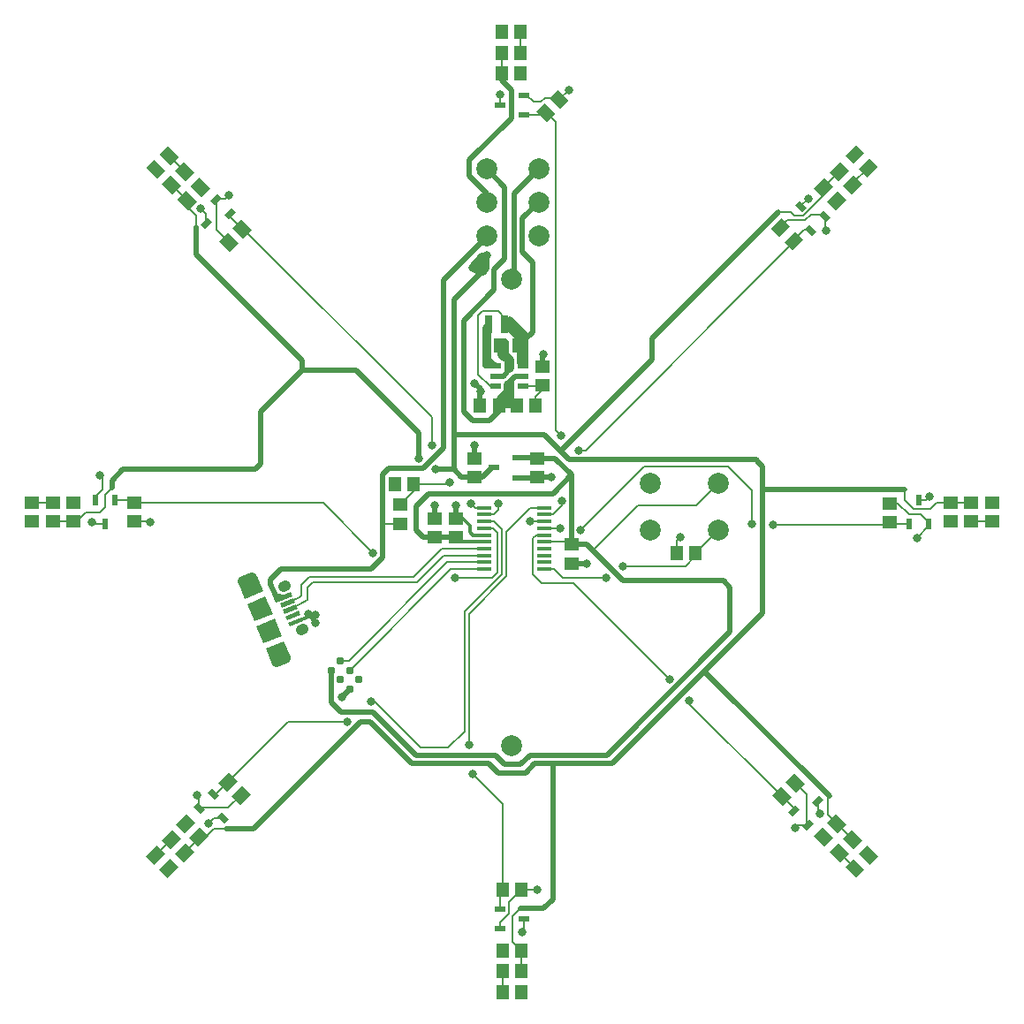
<source format=gtl>
G04 #@! TF.FileFunction,Copper,L1,Top,Signal*
%FSLAX46Y46*%
G04 Gerber Fmt 4.6, Leading zero omitted, Abs format (unit mm)*
G04 Created by KiCad (PCBNEW 4.0.4-stable) date Monday, 07 November 2016 'AMt' 01:22:43*
%MOMM*%
%LPD*%
G01*
G04 APERTURE LIST*
%ADD10C,0.100000*%
%ADD11C,1.000000*%
%ADD12C,2.000000*%
%ADD13R,1.150000X1.450000*%
%ADD14R,1.450000X1.150000*%
%ADD15R,0.800000X1.700000*%
%ADD16R,1.000000X0.600000*%
%ADD17C,0.787000*%
%ADD18R,1.350000X0.450000*%
%ADD19R,0.600000X1.000000*%
%ADD20R,1.100000X0.600000*%
%ADD21C,0.800000*%
%ADD22C,0.200000*%
%ADD23C,0.150000*%
%ADD24C,0.500000*%
%ADD25C,0.300000*%
G04 APERTURE END LIST*
D10*
G36*
X108047335Y-119392274D02*
X109294572Y-118875652D01*
X109447645Y-119245204D01*
X108200408Y-119761826D01*
X108047335Y-119392274D01*
X108047335Y-119392274D01*
G37*
G36*
X108296078Y-119992797D02*
X109543315Y-119476175D01*
X109696388Y-119845727D01*
X108449151Y-120362349D01*
X108296078Y-119992797D01*
X108296078Y-119992797D01*
G37*
G36*
X107798590Y-118791753D02*
X109045827Y-118275131D01*
X109198900Y-118644683D01*
X107951663Y-119161305D01*
X107798590Y-118791753D01*
X107798590Y-118791753D01*
G37*
G36*
X107549845Y-118191231D02*
X108797082Y-117674609D01*
X108950155Y-118044161D01*
X107702918Y-118560783D01*
X107549845Y-118191231D01*
X107549845Y-118191231D01*
G37*
G36*
X108544822Y-120593318D02*
X109792059Y-120076696D01*
X109945132Y-120446248D01*
X108697895Y-120962870D01*
X108544822Y-120593318D01*
X108544822Y-120593318D01*
G37*
D11*
X110014705Y-121202165D02*
X109783735Y-121297835D01*
X108311764Y-117090902D02*
X108080794Y-117186572D01*
D10*
G36*
X105494096Y-120936937D02*
X107249467Y-120209838D01*
X107938298Y-121872821D01*
X106182927Y-122599920D01*
X105494096Y-120936937D01*
X105494096Y-120936937D01*
G37*
G36*
X104613924Y-118812015D02*
X106369295Y-118084916D01*
X107058126Y-119747899D01*
X105302755Y-120474998D01*
X104613924Y-118812015D01*
X104613924Y-118812015D01*
G37*
G36*
X106393402Y-123108054D02*
X108148773Y-122380956D01*
X108751500Y-123836066D01*
X106996129Y-124563164D01*
X106393402Y-123108054D01*
X106393402Y-123108054D01*
G37*
D11*
X108289560Y-124027407D02*
X107458068Y-124371823D01*
D10*
G36*
X103800722Y-116848770D02*
X105556093Y-116121672D01*
X106158820Y-117576782D01*
X104403449Y-118303880D01*
X103800722Y-116848770D01*
X103800722Y-116848770D01*
G37*
D11*
X105094154Y-116313013D02*
X104262662Y-116657429D01*
D12*
X130000000Y-132350000D03*
X130000000Y-87650000D03*
X143250000Y-107250000D03*
X143250000Y-111750000D03*
X149750000Y-111750000D03*
X149750000Y-107250000D03*
D13*
X118800000Y-107300000D03*
X120600000Y-107300000D03*
D14*
X119300000Y-111100000D03*
X119300000Y-109300000D03*
D13*
X145800000Y-113925000D03*
X147600000Y-113925000D03*
X128750000Y-99775000D03*
X126950000Y-99775000D03*
D14*
X132400000Y-106650000D03*
X132400000Y-104850000D03*
X126400000Y-106650000D03*
X126400000Y-104850000D03*
D13*
X128850000Y-94075000D03*
X130650000Y-94075000D03*
D14*
X135700000Y-114925000D03*
X135700000Y-113125000D03*
X122600000Y-112425000D03*
X122600000Y-110625000D03*
X124600000Y-110625000D03*
X124600000Y-112425000D03*
D15*
X129300000Y-91975000D03*
X127800000Y-91975000D03*
D16*
X130550000Y-106700000D03*
X130550000Y-104800000D03*
X128250000Y-105750000D03*
D17*
X112649426Y-125154523D03*
X113547452Y-124256497D03*
X113547452Y-126052548D03*
X114445477Y-125154523D03*
X114445477Y-126950574D03*
X115343503Y-126052548D03*
D18*
X133075000Y-115450000D03*
X133075000Y-114800000D03*
X133075000Y-114150000D03*
X133075000Y-113500000D03*
X133075000Y-112850000D03*
X133075000Y-112200000D03*
X133075000Y-111550000D03*
X133075000Y-110900000D03*
X133075000Y-110250000D03*
X133075000Y-109600000D03*
X127325000Y-109600000D03*
X127325000Y-110250000D03*
X127325000Y-110900000D03*
X127325000Y-111550000D03*
X127325000Y-112200000D03*
X127325000Y-112850000D03*
X127325000Y-113500000D03*
X127325000Y-114150000D03*
X127325000Y-114800000D03*
X127325000Y-115450000D03*
D10*
G36*
X95969670Y-78055635D02*
X94944365Y-77030330D01*
X95757538Y-76217157D01*
X96782843Y-77242462D01*
X95969670Y-78055635D01*
X95969670Y-78055635D01*
G37*
G36*
X97242462Y-76782843D02*
X96217157Y-75757538D01*
X97030330Y-74944365D01*
X98055635Y-75969670D01*
X97242462Y-76782843D01*
X97242462Y-76782843D01*
G37*
G36*
X164030330Y-141944365D02*
X165055635Y-142969670D01*
X164242462Y-143782843D01*
X163217157Y-142757538D01*
X164030330Y-141944365D01*
X164030330Y-141944365D01*
G37*
G36*
X162757538Y-143217157D02*
X163782843Y-144242462D01*
X162969670Y-145055635D01*
X161944365Y-144030330D01*
X162757538Y-143217157D01*
X162757538Y-143217157D01*
G37*
D13*
X130900000Y-156000000D03*
X129100000Y-156000000D03*
D14*
X176000000Y-109100000D03*
X176000000Y-110900000D03*
D10*
G36*
X98055635Y-144030330D02*
X97030330Y-145055635D01*
X96217157Y-144242462D01*
X97242462Y-143217157D01*
X98055635Y-144030330D01*
X98055635Y-144030330D01*
G37*
G36*
X96782843Y-142757538D02*
X95757538Y-143782843D01*
X94944365Y-142969670D01*
X95969670Y-141944365D01*
X96782843Y-142757538D01*
X96782843Y-142757538D01*
G37*
G36*
X161944365Y-75833274D02*
X162969670Y-74807969D01*
X163782843Y-75621142D01*
X162757538Y-76646447D01*
X161944365Y-75833274D01*
X161944365Y-75833274D01*
G37*
G36*
X163217157Y-77106066D02*
X164242462Y-76080761D01*
X165055635Y-76893934D01*
X164030330Y-77919239D01*
X163217157Y-77106066D01*
X163217157Y-77106066D01*
G37*
D14*
X84000000Y-110900000D03*
X84000000Y-109100000D03*
D13*
X129000000Y-64000000D03*
X130800000Y-64000000D03*
D10*
G36*
X103126345Y-80792894D02*
X103550609Y-81217158D01*
X102843503Y-81924264D01*
X102419239Y-81500000D01*
X103126345Y-80792894D01*
X103126345Y-80792894D01*
G37*
G36*
X101782842Y-79449391D02*
X102207106Y-79873655D01*
X101500000Y-80580761D01*
X101075736Y-80156497D01*
X101782842Y-79449391D01*
X101782842Y-79449391D01*
G37*
G36*
X100828248Y-81747488D02*
X101252512Y-82171752D01*
X100545406Y-82878858D01*
X100121142Y-82454594D01*
X100828248Y-81747488D01*
X100828248Y-81747488D01*
G37*
G36*
X156873655Y-139207106D02*
X156449391Y-138782842D01*
X157156497Y-138075736D01*
X157580761Y-138500000D01*
X156873655Y-139207106D01*
X156873655Y-139207106D01*
G37*
G36*
X158217158Y-140550609D02*
X157792894Y-140126345D01*
X158500000Y-139419239D01*
X158924264Y-139843503D01*
X158217158Y-140550609D01*
X158217158Y-140550609D01*
G37*
G36*
X159171752Y-138252512D02*
X158747488Y-137828248D01*
X159454594Y-137121142D01*
X159878858Y-137545406D01*
X159171752Y-138252512D01*
X159171752Y-138252512D01*
G37*
D16*
X128850000Y-148050000D03*
X128850000Y-149950000D03*
X131150000Y-149000000D03*
D19*
X168050000Y-111150000D03*
X169950000Y-111150000D03*
X169000000Y-108850000D03*
D10*
G36*
X100792894Y-136873655D02*
X101217158Y-136449391D01*
X101924264Y-137156497D01*
X101500000Y-137580761D01*
X100792894Y-136873655D01*
X100792894Y-136873655D01*
G37*
G36*
X99449391Y-138217158D02*
X99873655Y-137792894D01*
X100580761Y-138500000D01*
X100156497Y-138924264D01*
X99449391Y-138217158D01*
X99449391Y-138217158D01*
G37*
G36*
X101747488Y-139171752D02*
X102171752Y-138747488D01*
X102878858Y-139454594D01*
X102454594Y-139878858D01*
X101747488Y-139171752D01*
X101747488Y-139171752D01*
G37*
G36*
X159207106Y-83126345D02*
X158782842Y-83550609D01*
X158075736Y-82843503D01*
X158500000Y-82419239D01*
X159207106Y-83126345D01*
X159207106Y-83126345D01*
G37*
G36*
X160550609Y-81782842D02*
X160126345Y-82207106D01*
X159419239Y-81500000D01*
X159843503Y-81075736D01*
X160550609Y-81782842D01*
X160550609Y-81782842D01*
G37*
G36*
X158252512Y-80828248D02*
X157828248Y-81252512D01*
X157121142Y-80545406D01*
X157545406Y-80121142D01*
X158252512Y-80828248D01*
X158252512Y-80828248D01*
G37*
D19*
X91950000Y-108850000D03*
X90050000Y-108850000D03*
X91000000Y-111150000D03*
D16*
X131150000Y-71950000D03*
X131150000Y-70050000D03*
X128850000Y-71000000D03*
D10*
G36*
X97469670Y-79555635D02*
X96444365Y-78530330D01*
X97257538Y-77717157D01*
X98282843Y-78742462D01*
X97469670Y-79555635D01*
X97469670Y-79555635D01*
G37*
G36*
X98742462Y-78282843D02*
X97717157Y-77257538D01*
X98530330Y-76444365D01*
X99555635Y-77469670D01*
X98742462Y-78282843D01*
X98742462Y-78282843D01*
G37*
G36*
X98969670Y-81055635D02*
X97944365Y-80030330D01*
X98757538Y-79217157D01*
X99782843Y-80242462D01*
X98969670Y-81055635D01*
X98969670Y-81055635D01*
G37*
G36*
X100242462Y-79782843D02*
X99217157Y-78757538D01*
X100030330Y-77944365D01*
X101055635Y-78969670D01*
X100242462Y-79782843D01*
X100242462Y-79782843D01*
G37*
G36*
X99555635Y-142530330D02*
X98530330Y-143555635D01*
X97717157Y-142742462D01*
X98742462Y-141717157D01*
X99555635Y-142530330D01*
X99555635Y-142530330D01*
G37*
G36*
X98282843Y-141257538D02*
X97257538Y-142282843D01*
X96444365Y-141469670D01*
X97469670Y-140444365D01*
X98282843Y-141257538D01*
X98282843Y-141257538D01*
G37*
G36*
X100919239Y-141030330D02*
X99893934Y-142055635D01*
X99080761Y-141242462D01*
X100106066Y-140217157D01*
X100919239Y-141030330D01*
X100919239Y-141030330D01*
G37*
G36*
X99646447Y-139757538D02*
X98621142Y-140782843D01*
X97807969Y-139969670D01*
X98833274Y-138944365D01*
X99646447Y-139757538D01*
X99646447Y-139757538D01*
G37*
G36*
X162530330Y-140444365D02*
X163555635Y-141469670D01*
X162742462Y-142282843D01*
X161717157Y-141257538D01*
X162530330Y-140444365D01*
X162530330Y-140444365D01*
G37*
G36*
X161257538Y-141717157D02*
X162282843Y-142742462D01*
X161469670Y-143555635D01*
X160444365Y-142530330D01*
X161257538Y-141717157D01*
X161257538Y-141717157D01*
G37*
G36*
X161030330Y-138944365D02*
X162055635Y-139969670D01*
X161242462Y-140782843D01*
X160217157Y-139757538D01*
X161030330Y-138944365D01*
X161030330Y-138944365D01*
G37*
G36*
X159757538Y-140217157D02*
X160782843Y-141242462D01*
X159969670Y-142055635D01*
X158944365Y-141030330D01*
X159757538Y-140217157D01*
X159757538Y-140217157D01*
G37*
G36*
X160444365Y-77469670D02*
X161469670Y-76444365D01*
X162282843Y-77257538D01*
X161257538Y-78282843D01*
X160444365Y-77469670D01*
X160444365Y-77469670D01*
G37*
G36*
X161717157Y-78742462D02*
X162742462Y-77717157D01*
X163555635Y-78530330D01*
X162530330Y-79555635D01*
X161717157Y-78742462D01*
X161717157Y-78742462D01*
G37*
G36*
X158944365Y-78969670D02*
X159969670Y-77944365D01*
X160782843Y-78757538D01*
X159757538Y-79782843D01*
X158944365Y-78969670D01*
X158944365Y-78969670D01*
G37*
G36*
X160217157Y-80242462D02*
X161242462Y-79217157D01*
X162055635Y-80030330D01*
X161030330Y-81055635D01*
X160217157Y-80242462D01*
X160217157Y-80242462D01*
G37*
D13*
X130450000Y-99775000D03*
X132250000Y-99775000D03*
D14*
X132950000Y-97875000D03*
X132950000Y-96075000D03*
D13*
X130900000Y-154000000D03*
X129100000Y-154000000D03*
X130900000Y-152000000D03*
X129100000Y-152000000D03*
D14*
X86000000Y-110900000D03*
X86000000Y-109100000D03*
X88000000Y-110900000D03*
X88000000Y-109100000D03*
X174000000Y-109100000D03*
X174000000Y-110900000D03*
X172000000Y-109100000D03*
X172000000Y-110900000D03*
D12*
X132550000Y-77100000D03*
X132550000Y-80300000D03*
X132550000Y-83500000D03*
X127550000Y-77100000D03*
X127550000Y-80300000D03*
X127550000Y-83500000D03*
D20*
X128450000Y-96025000D03*
X128450000Y-96975000D03*
X128450000Y-97925000D03*
X131050000Y-97925000D03*
X131050000Y-96975000D03*
X131050000Y-96025000D03*
D13*
X129000000Y-66000000D03*
X130800000Y-66000000D03*
X129000000Y-68000000D03*
X130800000Y-68000000D03*
D10*
G36*
X104030330Y-81944365D02*
X105055635Y-82969670D01*
X104242462Y-83782843D01*
X103217157Y-82757538D01*
X104030330Y-81944365D01*
X104030330Y-81944365D01*
G37*
G36*
X102757538Y-83217157D02*
X103782843Y-84242462D01*
X102969670Y-85055635D01*
X101944365Y-84030330D01*
X102757538Y-83217157D01*
X102757538Y-83217157D01*
G37*
G36*
X101844365Y-135969670D02*
X102869670Y-134944365D01*
X103682843Y-135757538D01*
X102657538Y-136782843D01*
X101844365Y-135969670D01*
X101844365Y-135969670D01*
G37*
G36*
X103117157Y-137242462D02*
X104142462Y-136217157D01*
X104955635Y-137030330D01*
X103930330Y-138055635D01*
X103117157Y-137242462D01*
X103117157Y-137242462D01*
G37*
G36*
X155969670Y-138155635D02*
X154944365Y-137130330D01*
X155757538Y-136317157D01*
X156782843Y-137342462D01*
X155969670Y-138155635D01*
X155969670Y-138155635D01*
G37*
G36*
X157242462Y-136882843D02*
X156217157Y-135857538D01*
X157030330Y-135044365D01*
X158055635Y-136069670D01*
X157242462Y-136882843D01*
X157242462Y-136882843D01*
G37*
G36*
X157919239Y-83893934D02*
X156893934Y-84919239D01*
X156080761Y-84106066D01*
X157106066Y-83080761D01*
X157919239Y-83893934D01*
X157919239Y-83893934D01*
G37*
G36*
X156646447Y-82621142D02*
X155621142Y-83646447D01*
X154807969Y-82833274D01*
X155833274Y-81807969D01*
X156646447Y-82621142D01*
X156646447Y-82621142D01*
G37*
D13*
X129100000Y-146200000D03*
X130900000Y-146200000D03*
D14*
X93800000Y-109100000D03*
X93800000Y-110900000D03*
X166200000Y-111000000D03*
X166200000Y-109200000D03*
D10*
G36*
X133379670Y-72645635D02*
X132354365Y-71620330D01*
X133167538Y-70807157D01*
X134192843Y-71832462D01*
X133379670Y-72645635D01*
X133379670Y-72645635D01*
G37*
G36*
X134652462Y-71372843D02*
X133627157Y-70347538D01*
X134440330Y-69534365D01*
X135465635Y-70559670D01*
X134652462Y-71372843D01*
X134652462Y-71372843D01*
G37*
D21*
X135430000Y-69580000D03*
X132410000Y-146210000D03*
X157120000Y-140290000D03*
X99820000Y-137130000D03*
X102890000Y-79630000D03*
X160070000Y-83020000D03*
X95370000Y-110930000D03*
X90470000Y-106490000D03*
X168790000Y-112480000D03*
X118800000Y-107300000D03*
X113700000Y-127700000D03*
X146100000Y-112375000D03*
X133800000Y-106650000D03*
X126375000Y-103575000D03*
X137175000Y-114925000D03*
X126425000Y-97650000D03*
X126975000Y-98450000D03*
X132975000Y-94900000D03*
X129825000Y-96250000D03*
X129550000Y-95325000D03*
X124600000Y-109325000D03*
X122600000Y-109325000D03*
X111200000Y-119900000D03*
X111200000Y-120600000D03*
X110500000Y-119800000D03*
X131700000Y-110900000D03*
X134700000Y-102700000D03*
X134600000Y-111600000D03*
X136600000Y-111700000D03*
X153000000Y-111100000D03*
X155000000Y-111200000D03*
X124500000Y-116300000D03*
X116700000Y-113900000D03*
X124000000Y-107200000D03*
X126050000Y-109200000D03*
X125900000Y-132300000D03*
X126200000Y-135100000D03*
X134800000Y-108900000D03*
X136400000Y-104100000D03*
X145100000Y-126000000D03*
X147000000Y-128100000D03*
X116500000Y-128200000D03*
X114200000Y-130100000D03*
X128700000Y-109200000D03*
X122300000Y-103600000D03*
X139000000Y-116300000D03*
X140600000Y-115200000D03*
X121100000Y-104900000D03*
X122700000Y-105900000D03*
X126225000Y-86625000D03*
X127275000Y-86950000D03*
X126975000Y-86050000D03*
X127575000Y-85425000D03*
X100136396Y-78863604D03*
X159863604Y-141136396D03*
X129100000Y-152000000D03*
X172000000Y-110900000D03*
X95863604Y-77136396D03*
X100130000Y-80880000D03*
X159510000Y-138880000D03*
X164136396Y-142863604D03*
X130900000Y-156000000D03*
X130980000Y-150240000D03*
X176000000Y-109100000D03*
X170010000Y-108540000D03*
X100930000Y-139820000D03*
X97136396Y-144136396D03*
X162863604Y-75727208D03*
X158390000Y-79950000D03*
X84000000Y-110900000D03*
X89780000Y-110970000D03*
X129000000Y-64000000D03*
X128820000Y-69970000D03*
X98727208Y-139863604D03*
X161136396Y-80136396D03*
X88000000Y-109100000D03*
X130800000Y-68000000D03*
D22*
X127325000Y-115450000D02*
X124150000Y-115450000D01*
X124150000Y-115450000D02*
X114445477Y-125154523D01*
X127325000Y-114800000D02*
X123800000Y-114800000D01*
X123800000Y-114800000D02*
X114343503Y-124256497D01*
X114343503Y-124256497D02*
X113547452Y-124256497D01*
X120900000Y-116700000D02*
X123450000Y-114150000D01*
X123450000Y-114150000D02*
X127325000Y-114150000D01*
X110900000Y-116700000D02*
X120900000Y-116700000D01*
X110400000Y-117200000D02*
X110900000Y-116700000D01*
X110400000Y-118400000D02*
X110400000Y-117200000D01*
X108747490Y-119318739D02*
X110400000Y-118400000D01*
X120600000Y-116200000D02*
X123300000Y-113500000D01*
X123300000Y-113500000D02*
X127325000Y-113500000D01*
X110600000Y-116200000D02*
X120600000Y-116200000D01*
X109800000Y-117000000D02*
X110600000Y-116200000D01*
X109800000Y-118000000D02*
X109800000Y-117000000D01*
X109600000Y-118200000D02*
X109800000Y-118000000D01*
X108498745Y-118718218D02*
X109600000Y-118200000D01*
D23*
X108498745Y-118718218D02*
X108716963Y-118500000D01*
D24*
X122600000Y-112425000D02*
X121500000Y-112425000D01*
X121500000Y-112425000D02*
X120800000Y-111725000D01*
X120800000Y-111725000D02*
X120800000Y-109425000D01*
X120800000Y-109425000D02*
X122000000Y-108225000D01*
X122000000Y-108225000D02*
X133900000Y-108225000D01*
X133900000Y-108225000D02*
X135700000Y-106425000D01*
X132400000Y-104850000D02*
X134125000Y-104850000D01*
X135700000Y-106425000D02*
X135700000Y-110075000D01*
X134125000Y-104850000D02*
X135700000Y-106425000D01*
X112649426Y-125154523D02*
X112649426Y-128249426D01*
X130800000Y-134200000D02*
X131700000Y-133300000D01*
X112649426Y-128249426D02*
X113600000Y-129200000D01*
X116700000Y-129200000D02*
X120800000Y-133300000D01*
X120800000Y-133300000D02*
X128400000Y-133300000D01*
X150300000Y-116600000D02*
X140650000Y-116600000D01*
X113600000Y-129200000D02*
X116700000Y-129200000D01*
X128400000Y-133300000D02*
X129300000Y-134200000D01*
X129300000Y-134200000D02*
X130800000Y-134200000D01*
X131700000Y-133300000D02*
X139100000Y-133300000D01*
X139100000Y-133300000D02*
X150900000Y-121500000D01*
X150900000Y-121500000D02*
X150900000Y-117200000D01*
X150900000Y-117200000D02*
X150300000Y-116600000D01*
X140650000Y-116600000D02*
X137825000Y-113775000D01*
D22*
X142075000Y-109325000D02*
X147675000Y-109325000D01*
X147675000Y-109325000D02*
X149750000Y-107250000D01*
X137825000Y-113575000D02*
X142075000Y-109325000D01*
D24*
X137175000Y-113125000D02*
X137825000Y-113775000D01*
D22*
X137825000Y-113775000D02*
X137825000Y-113575000D01*
D24*
X135700000Y-113125000D02*
X137175000Y-113125000D01*
X130550000Y-104800000D02*
X132350000Y-104800000D01*
X132350000Y-104800000D02*
X132400000Y-104850000D01*
X135700000Y-110075000D02*
X135700000Y-113125000D01*
D22*
X133075000Y-112850000D02*
X135425000Y-112850000D01*
X135425000Y-112850000D02*
X135700000Y-113125000D01*
D24*
X122600000Y-112425000D02*
X124600000Y-112425000D01*
D25*
X127325000Y-112850000D02*
X125025000Y-112850000D01*
X125025000Y-112850000D02*
X124600000Y-112425000D01*
D22*
X134546396Y-70453604D02*
X134556396Y-70453604D01*
X134556396Y-70453604D02*
X135430000Y-69580000D01*
X133160000Y-70330000D02*
X134422792Y-70330000D01*
X134422792Y-70330000D02*
X134546396Y-70453604D01*
X132790000Y-70700000D02*
X133160000Y-70330000D01*
X132060000Y-70700000D02*
X132790000Y-70700000D01*
X131410000Y-70050000D02*
X132060000Y-70700000D01*
X131150000Y-70050000D02*
X131410000Y-70050000D01*
X134546396Y-70453604D02*
X134586396Y-70453604D01*
X130900000Y-146200000D02*
X132400000Y-146200000D01*
X132400000Y-146200000D02*
X132410000Y-146210000D01*
X169180000Y-110230000D02*
X169950000Y-111000000D01*
X169950000Y-111000000D02*
X169950000Y-111150000D01*
X168030000Y-110230000D02*
X169180000Y-110230000D01*
X167000000Y-109200000D02*
X168030000Y-110230000D01*
X166200000Y-109200000D02*
X167000000Y-109200000D01*
X158250000Y-137077208D02*
X158250000Y-139876345D01*
X158250000Y-139876345D02*
X158358579Y-139984924D01*
X157136396Y-135963604D02*
X158250000Y-137077208D01*
X158358579Y-139984924D02*
X157425076Y-139984924D01*
X157425076Y-139984924D02*
X157120000Y-140290000D01*
X100015076Y-138358579D02*
X102814213Y-138358579D01*
X102814213Y-138358579D02*
X104036396Y-137136396D01*
X100015076Y-138358579D02*
X100015076Y-137325076D01*
X100015076Y-137325076D02*
X99820000Y-137130000D01*
X101641421Y-80015076D02*
X101641421Y-82914213D01*
X101641421Y-82914213D02*
X102863604Y-84136396D01*
X101641421Y-80015076D02*
X102504924Y-80015076D01*
X102504924Y-80015076D02*
X102890000Y-79630000D01*
X155727208Y-82727208D02*
X156414416Y-82040000D01*
X158620000Y-81510000D02*
X159853503Y-81510000D01*
X156414416Y-82040000D02*
X158090000Y-82040000D01*
X158090000Y-82040000D02*
X158620000Y-81510000D01*
X159853503Y-81510000D02*
X159984924Y-81641421D01*
X159984924Y-81641421D02*
X159984924Y-82934924D01*
X159984924Y-82934924D02*
X160070000Y-83020000D01*
X93800000Y-110900000D02*
X95340000Y-110900000D01*
X95340000Y-110900000D02*
X95370000Y-110930000D01*
X90730000Y-107870000D02*
X90730000Y-106750000D01*
X90730000Y-106750000D02*
X90470000Y-106490000D01*
X90050000Y-108550000D02*
X90730000Y-107870000D01*
X90050000Y-108850000D02*
X90050000Y-108550000D01*
X129700000Y-148470000D02*
X129700000Y-147400000D01*
X129700000Y-147400000D02*
X130900000Y-146200000D01*
X128850000Y-149320000D02*
X129700000Y-148470000D01*
X128850000Y-149950000D02*
X128850000Y-149320000D01*
X169950000Y-111150000D02*
X169950000Y-111320000D01*
X169950000Y-111320000D02*
X168790000Y-112480000D01*
D24*
X114445477Y-126950574D02*
X114445477Y-126954523D01*
X114445477Y-126954523D02*
X113700000Y-127700000D01*
D22*
X145800000Y-113925000D02*
X145800000Y-112675000D01*
X145800000Y-112675000D02*
X146100000Y-112375000D01*
D24*
X132400000Y-106650000D02*
X133800000Y-106650000D01*
X126400000Y-104850000D02*
X126400000Y-103600000D01*
X126400000Y-103600000D02*
X126375000Y-103575000D01*
X130550000Y-106700000D02*
X132350000Y-106700000D01*
X132350000Y-106700000D02*
X132400000Y-106650000D01*
X135700000Y-114925000D02*
X137175000Y-114925000D01*
X129450000Y-93675000D02*
X129450000Y-95225000D01*
X129450000Y-95225000D02*
X129550000Y-95325000D01*
X129050000Y-94075000D02*
X129450000Y-93675000D01*
X128850000Y-94075000D02*
X129050000Y-94075000D01*
X128850000Y-94950000D02*
X129225000Y-95325000D01*
X129225000Y-95325000D02*
X129550000Y-95325000D01*
X128850000Y-94075000D02*
X128850000Y-94950000D01*
X129550000Y-96225000D02*
X129550000Y-95775000D01*
X129550000Y-95775000D02*
X129550000Y-95325000D01*
X129825000Y-96250000D02*
X129825000Y-96050000D01*
X129825000Y-96050000D02*
X129550000Y-95775000D01*
X129950000Y-95425000D02*
X128850000Y-94325000D01*
X128850000Y-94325000D02*
X128850000Y-94075000D01*
X129950000Y-95850000D02*
X129950000Y-95425000D01*
X129950000Y-95850000D02*
X129950000Y-96125000D01*
X129950000Y-96125000D02*
X129825000Y-96250000D01*
X129950000Y-95850000D02*
X129950000Y-95725000D01*
X129950000Y-95725000D02*
X129550000Y-95325000D01*
X129825000Y-95975000D02*
X129950000Y-95850000D01*
X129825000Y-96250000D02*
X129825000Y-95975000D01*
X126975000Y-98450000D02*
X126975000Y-98200000D01*
X126975000Y-98200000D02*
X126425000Y-97650000D01*
X126950000Y-99775000D02*
X126950000Y-98475000D01*
X126950000Y-98475000D02*
X126975000Y-98450000D01*
X132950000Y-96075000D02*
X132950000Y-94925000D01*
X132950000Y-94925000D02*
X132975000Y-94900000D01*
X129550000Y-96600000D02*
X129550000Y-96225000D01*
X129550000Y-96225000D02*
X129800000Y-96225000D01*
X129800000Y-96225000D02*
X129825000Y-96250000D01*
X129550000Y-95325000D02*
X128850000Y-94625000D01*
X128850000Y-94625000D02*
X128850000Y-94075000D01*
X129175000Y-96975000D02*
X129550000Y-96600000D01*
X128450000Y-96975000D02*
X129175000Y-96975000D01*
D25*
X126000000Y-111325000D02*
X125300000Y-110625000D01*
X125300000Y-110625000D02*
X124600000Y-110625000D01*
X126000000Y-111925000D02*
X126000000Y-111325000D01*
X126275000Y-112200000D02*
X126000000Y-111925000D01*
X126275000Y-112200000D02*
X127325000Y-112200000D01*
X124600000Y-110625000D02*
X124700000Y-110625000D01*
D24*
X124600000Y-110625000D02*
X124600000Y-109325000D01*
X122600000Y-110625000D02*
X122600000Y-109325000D01*
D25*
X110500000Y-119800000D02*
X111200000Y-119900000D01*
X110500000Y-119800000D02*
X111200000Y-120600000D01*
X110300000Y-120100000D02*
X110500000Y-119800000D01*
X109244977Y-120519783D02*
X110300000Y-120100000D01*
D22*
X110500000Y-120000000D02*
X110500000Y-119800000D01*
X134700000Y-102700000D02*
X134200000Y-102200000D01*
X134200000Y-102200000D02*
X134200000Y-72652792D01*
X134200000Y-72652792D02*
X133273604Y-71726396D01*
X131150000Y-71950000D02*
X133050000Y-71950000D01*
X133050000Y-71950000D02*
X133273604Y-71726396D01*
X131700000Y-110900000D02*
X133075000Y-110900000D01*
X168050000Y-111150000D02*
X166350000Y-111150000D01*
X166350000Y-111150000D02*
X166200000Y-111000000D01*
X155000000Y-111200000D02*
X166000000Y-111200000D01*
X166000000Y-111200000D02*
X166200000Y-111000000D01*
X134600000Y-111600000D02*
X133125000Y-111600000D01*
X133125000Y-111600000D02*
X133075000Y-111550000D01*
X150700000Y-105600000D02*
X142700000Y-105600000D01*
X142700000Y-105600000D02*
X136600000Y-111700000D01*
X153000000Y-107900000D02*
X150700000Y-105600000D01*
X153000000Y-111100000D02*
X153000000Y-107900000D01*
X155200000Y-111000000D02*
X155000000Y-111200000D01*
X111900000Y-109100000D02*
X93800000Y-109100000D01*
X91950000Y-108850000D02*
X93550000Y-108850000D01*
X93550000Y-108850000D02*
X93800000Y-109100000D01*
X124500000Y-116300000D02*
X128100000Y-116300000D01*
X128600000Y-112000000D02*
X128150000Y-111550000D01*
X128100000Y-116300000D02*
X128600000Y-115800000D01*
X128600000Y-115800000D02*
X128600000Y-112000000D01*
X128150000Y-111550000D02*
X127325000Y-111550000D01*
X111900000Y-109100000D02*
X116700000Y-113900000D01*
X124000000Y-107200000D02*
X123900000Y-107300000D01*
X123900000Y-107300000D02*
X120600000Y-107300000D01*
X120675000Y-107375000D02*
X120600000Y-107300000D01*
X119300000Y-109300000D02*
X120600000Y-108000000D01*
X120600000Y-108000000D02*
X120600000Y-107300000D01*
X127325000Y-109600000D02*
X126450000Y-109600000D01*
X126450000Y-109600000D02*
X126050000Y-109200000D01*
X128850000Y-148050000D02*
X128850000Y-146450000D01*
X128850000Y-146450000D02*
X129100000Y-146200000D01*
X129100000Y-138000000D02*
X129100000Y-146200000D01*
X129480000Y-116160000D02*
X125900000Y-119740000D01*
X125900000Y-119740000D02*
X125900000Y-119800000D01*
X129480000Y-111880000D02*
X129480000Y-116160000D01*
X131760000Y-109600000D02*
X129480000Y-111880000D01*
X133075000Y-109600000D02*
X131760000Y-109600000D01*
X125900000Y-119800000D02*
X125900000Y-132300000D01*
X129100000Y-138000000D02*
X126200000Y-135100000D01*
X136400000Y-104100000D02*
X137072792Y-104100000D01*
X137072792Y-104100000D02*
X157000000Y-84172792D01*
X157000000Y-84172792D02*
X157000000Y-84000000D01*
X158641421Y-82984924D02*
X158015076Y-82984924D01*
X158015076Y-82984924D02*
X157000000Y-84000000D01*
X134800000Y-109400000D02*
X133950000Y-110250000D01*
X133950000Y-110250000D02*
X133075000Y-110250000D01*
X134800000Y-108900000D02*
X134800000Y-109400000D01*
X157015076Y-138641421D02*
X157015076Y-138387868D01*
X157015076Y-138387868D02*
X155863604Y-137236396D01*
X147000000Y-128372792D02*
X155863604Y-137236396D01*
X145100000Y-126000000D02*
X135900000Y-116800000D01*
X135900000Y-116800000D02*
X132800000Y-116800000D01*
X132800000Y-116800000D02*
X132000000Y-116000000D01*
X132000000Y-116000000D02*
X132000000Y-112500000D01*
X132000000Y-112500000D02*
X132300000Y-112200000D01*
X132300000Y-112200000D02*
X133075000Y-112200000D01*
X147000000Y-128372792D02*
X147000000Y-128100000D01*
X108527208Y-130100000D02*
X102763604Y-135863604D01*
X101358579Y-137015076D02*
X101612132Y-137015076D01*
X101612132Y-137015076D02*
X102763604Y-135863604D01*
X116500000Y-128200000D02*
X116800000Y-128200000D01*
X116800000Y-128200000D02*
X121200000Y-132600000D01*
X121200000Y-132600000D02*
X123900000Y-132600000D01*
X123900000Y-132600000D02*
X125470000Y-131030000D01*
X125470000Y-131030000D02*
X125470000Y-119540000D01*
X125470000Y-119540000D02*
X129030000Y-115980000D01*
X129030000Y-111690000D02*
X128240000Y-110900000D01*
X129030000Y-115980000D02*
X129030000Y-111690000D01*
X128240000Y-110900000D02*
X127325000Y-110900000D01*
X108527208Y-130100000D02*
X114200000Y-130100000D01*
X122300000Y-100927208D02*
X104236396Y-82863604D01*
X104236396Y-82863604D02*
X104136396Y-82863604D01*
X102984924Y-81358579D02*
X102984924Y-81712132D01*
X102984924Y-81712132D02*
X104136396Y-82863604D01*
X128700000Y-109800000D02*
X128250000Y-110250000D01*
X128250000Y-110250000D02*
X127325000Y-110250000D01*
X128700000Y-109200000D02*
X128700000Y-109800000D01*
X122300000Y-100927208D02*
X122300000Y-103600000D01*
X134900000Y-116300000D02*
X134050000Y-115450000D01*
X134050000Y-115450000D02*
X133075000Y-115450000D01*
X139000000Y-116300000D02*
X134900000Y-116300000D01*
X147600000Y-114200000D02*
X146600000Y-115200000D01*
X146600000Y-115200000D02*
X140600000Y-115200000D01*
X147600000Y-113925000D02*
X147600000Y-114200000D01*
X133075000Y-115450000D02*
X133525000Y-115450000D01*
X149750000Y-111750000D02*
X149750000Y-111775000D01*
X149750000Y-111775000D02*
X147600000Y-113925000D01*
X100000000Y-141136396D02*
X100000000Y-141272792D01*
X100000000Y-141272792D02*
X98636396Y-142636396D01*
X167650000Y-107800000D02*
X167650000Y-108760000D01*
X168510000Y-109680000D02*
X167650000Y-108820000D01*
X167650000Y-108820000D02*
X167650000Y-108760000D01*
X170120000Y-109680000D02*
X168510000Y-109680000D01*
X170700000Y-109100000D02*
X170120000Y-109680000D01*
X172000000Y-109100000D02*
X170700000Y-109100000D01*
X161136396Y-139863604D02*
X162636396Y-141363604D01*
X160310000Y-137380000D02*
X160310000Y-139037208D01*
X160310000Y-139037208D02*
X161136396Y-139863604D01*
X160430000Y-137260000D02*
X160310000Y-137380000D01*
D24*
X148760000Y-124940000D02*
X148420000Y-125280000D01*
X148420000Y-125280000D02*
X139600000Y-134100000D01*
X160430000Y-137260000D02*
X148450000Y-125280000D01*
X148450000Y-125280000D02*
X148420000Y-125280000D01*
X149100000Y-124600000D02*
X148760000Y-124940000D01*
D22*
X101440000Y-140340000D02*
X100643604Y-141136396D01*
X100643604Y-141136396D02*
X100000000Y-141136396D01*
X102580000Y-140340000D02*
X101440000Y-140340000D01*
D24*
X105260000Y-140340000D02*
X102580000Y-140340000D01*
X115500000Y-130100000D02*
X105260000Y-140340000D01*
D22*
X98863604Y-80136396D02*
X97363604Y-78636396D01*
X98863604Y-80763604D02*
X99700000Y-81600000D01*
X99700000Y-81600000D02*
X99700000Y-82670000D01*
X98863604Y-80136396D02*
X98863604Y-80763604D01*
D24*
X99700000Y-85300000D02*
X99700000Y-82670000D01*
D22*
X161363604Y-77363604D02*
X159863604Y-78863604D01*
X157060000Y-81600000D02*
X156720000Y-81260000D01*
X156720000Y-81260000D02*
X155540000Y-81260000D01*
X157940000Y-81600000D02*
X157060000Y-81600000D01*
X159863604Y-79676396D02*
X157940000Y-81600000D01*
X159863604Y-78863604D02*
X159863604Y-79676396D01*
D24*
X143400000Y-93400000D02*
X155540000Y-81260000D01*
D22*
X129000000Y-68000000D02*
X129000000Y-66000000D01*
D24*
X129950000Y-69590000D02*
X129000000Y-68640000D01*
X129000000Y-68640000D02*
X129000000Y-68000000D01*
X129950000Y-72240000D02*
X129950000Y-69590000D01*
X125900000Y-76290000D02*
X129950000Y-72240000D01*
X125900000Y-77800000D02*
X125900000Y-76290000D01*
X91650000Y-107680000D02*
X91650000Y-106950000D01*
X91650000Y-106950000D02*
X92700000Y-105900000D01*
D22*
X91000000Y-108330000D02*
X91650000Y-107680000D01*
X91000000Y-109550000D02*
X91000000Y-108330000D01*
X89160000Y-110040000D02*
X90510000Y-110040000D01*
X90510000Y-110040000D02*
X91000000Y-109550000D01*
X88300000Y-110900000D02*
X89160000Y-110040000D01*
X88000000Y-110900000D02*
X88300000Y-110900000D01*
X88000000Y-110900000D02*
X86000000Y-110900000D01*
X130900000Y-152000000D02*
X130900000Y-154000000D01*
X130080000Y-148730000D02*
X130080000Y-151180000D01*
X130080000Y-151180000D02*
X130900000Y-152000000D01*
X130820000Y-147990000D02*
X130080000Y-148730000D01*
D24*
X133010000Y-147990000D02*
X130820000Y-147990000D01*
X133900000Y-147100000D02*
X133010000Y-147990000D01*
X154000000Y-107800000D02*
X167650000Y-107800000D01*
D22*
X174000000Y-109100000D02*
X172000000Y-109100000D01*
D24*
X133100000Y-102600000D02*
X134800000Y-104300000D01*
X134800000Y-104300000D02*
X135500000Y-105000000D01*
X143400000Y-93400000D02*
X143400000Y-95400000D01*
X143400000Y-95400000D02*
X134800000Y-104000000D01*
X134800000Y-104000000D02*
X134800000Y-104300000D01*
X153600000Y-105200000D02*
X154000000Y-105600000D01*
X135500000Y-105000000D02*
X153400000Y-105000000D01*
X153400000Y-105000000D02*
X153600000Y-105200000D01*
X124425000Y-102600000D02*
X124425000Y-105900000D01*
X124425000Y-102200000D02*
X124425000Y-102600000D01*
X124425000Y-102600000D02*
X133100000Y-102600000D01*
X120400000Y-134100000D02*
X127800000Y-134100000D01*
X128700000Y-135000000D02*
X131300000Y-135000000D01*
X115500000Y-130100000D02*
X116400000Y-130100000D01*
X131300000Y-135000000D02*
X132200000Y-134100000D01*
X116400000Y-130100000D02*
X120400000Y-134100000D01*
X127800000Y-134100000D02*
X128700000Y-135000000D01*
X132200000Y-134100000D02*
X133800000Y-134100000D01*
X121100000Y-102400000D02*
X115100000Y-96400000D01*
X115100000Y-96400000D02*
X109900000Y-96400000D01*
X121100000Y-104900000D02*
X121100000Y-102400000D01*
X105400000Y-105900000D02*
X92700000Y-105900000D01*
X105900000Y-105400000D02*
X105400000Y-105900000D01*
X105900000Y-100400000D02*
X105900000Y-105400000D01*
X109900000Y-96400000D02*
X105900000Y-100400000D01*
X124425000Y-105900000D02*
X122700000Y-105900000D01*
X109900000Y-95500000D02*
X99700000Y-85300000D01*
X109900000Y-96400000D02*
X109900000Y-95500000D01*
X127550000Y-79450000D02*
X125900000Y-77800000D01*
X127550000Y-80300000D02*
X127550000Y-79450000D01*
X134800000Y-134100000D02*
X133800000Y-134100000D01*
X133900000Y-134200000D02*
X133800000Y-134100000D01*
X133900000Y-147100000D02*
X133900000Y-134200000D01*
X154000000Y-105600000D02*
X154000000Y-107800000D01*
X154000000Y-107800000D02*
X154000000Y-119700000D01*
X154000000Y-119700000D02*
X149500000Y-124200000D01*
X149500000Y-124200000D02*
X149100000Y-124600000D01*
X139600000Y-134100000D02*
X134800000Y-134100000D01*
X124425000Y-89650000D02*
X124425000Y-102200000D01*
X128075000Y-105750000D02*
X127175000Y-106650000D01*
X127175000Y-106650000D02*
X126400000Y-106650000D01*
X128250000Y-105750000D02*
X128075000Y-105750000D01*
X124425000Y-105900000D02*
X125175000Y-106650000D01*
X125175000Y-106650000D02*
X126400000Y-106650000D01*
X127125000Y-86950000D02*
X124425000Y-89650000D01*
X127275000Y-86950000D02*
X127125000Y-86950000D01*
X126225000Y-86300000D02*
X127100000Y-85425000D01*
X127100000Y-85425000D02*
X127575000Y-85425000D01*
X126225000Y-86625000D02*
X126225000Y-86300000D01*
X126975000Y-86050000D02*
X127575000Y-86650000D01*
X126225000Y-86625000D02*
X126950000Y-86625000D01*
X126950000Y-86625000D02*
X127275000Y-86950000D01*
X127275000Y-86950000D02*
X126550000Y-86950000D01*
X126550000Y-86950000D02*
X126225000Y-86625000D01*
X127575000Y-85425000D02*
X127575000Y-86650000D01*
X127575000Y-86650000D02*
X127275000Y-86950000D01*
X126225000Y-86625000D02*
X126375000Y-86625000D01*
X126375000Y-86625000D02*
X127575000Y-85425000D01*
X130650000Y-94075000D02*
X131975000Y-92750000D01*
X131975000Y-92750000D02*
X131975000Y-86075000D01*
X131975000Y-86075000D02*
X131000000Y-85100000D01*
X131000000Y-85100000D02*
X131000000Y-81850000D01*
X131000000Y-81850000D02*
X132550000Y-80300000D01*
D22*
X128650000Y-90750000D02*
X129300000Y-91400000D01*
X129300000Y-91400000D02*
X129300000Y-91975000D01*
X127175000Y-90750000D02*
X128650000Y-90750000D01*
X126775000Y-91150000D02*
X127175000Y-90750000D01*
X126775000Y-96800000D02*
X126775000Y-91150000D01*
X127900000Y-97925000D02*
X126775000Y-96800000D01*
X128450000Y-97925000D02*
X127900000Y-97925000D01*
D24*
X131350000Y-94950000D02*
X131350000Y-93050000D01*
X131350000Y-95675000D02*
X131350000Y-94950000D01*
X131350000Y-94950000D02*
X131350000Y-95725000D01*
X131350000Y-95725000D02*
X131050000Y-96025000D01*
X131350000Y-93050000D02*
X131050000Y-92750000D01*
X131050000Y-95975000D02*
X131350000Y-95675000D01*
X131050000Y-96025000D02*
X131050000Y-95975000D01*
X129775000Y-91475000D02*
X129775000Y-91500000D01*
X129775000Y-91500000D02*
X129300000Y-91975000D01*
X129775000Y-91475000D02*
X131050000Y-92750000D01*
X131050000Y-92750000D02*
X131050000Y-93250000D01*
X129775000Y-91975000D02*
X129775000Y-91475000D01*
X131050000Y-95325000D02*
X131050000Y-94475000D01*
X131050000Y-96025000D02*
X131050000Y-95325000D01*
X131050000Y-95325000D02*
X131050000Y-93250000D01*
X131050000Y-93250000D02*
X130950000Y-93150000D01*
X130750000Y-95125000D02*
X130750000Y-94175000D01*
X130750000Y-95625000D02*
X130750000Y-95125000D01*
X130750000Y-95125000D02*
X130750000Y-95725000D01*
X130750000Y-95725000D02*
X131050000Y-96025000D01*
X130750000Y-94175000D02*
X130650000Y-94075000D01*
X131050000Y-95925000D02*
X130750000Y-95625000D01*
X131050000Y-96025000D02*
X131050000Y-95925000D01*
X129775000Y-91975000D02*
X130525000Y-92725000D01*
X130525000Y-92725000D02*
X130650000Y-92850000D01*
X130950000Y-93325000D02*
X130950000Y-93150000D01*
X130950000Y-93150000D02*
X130525000Y-92725000D01*
X130650000Y-93625000D02*
X130950000Y-93325000D01*
X130650000Y-94075000D02*
X130650000Y-93625000D01*
X130650000Y-92850000D02*
X130650000Y-94075000D01*
X129300000Y-91975000D02*
X129775000Y-91975000D01*
X131050000Y-94475000D02*
X130650000Y-94075000D01*
X129300000Y-92050000D02*
X130650000Y-93400000D01*
X130650000Y-93400000D02*
X130650000Y-94075000D01*
X129300000Y-91975000D02*
X129300000Y-92050000D01*
D22*
X176000000Y-110900000D02*
X174000000Y-110900000D01*
X97136396Y-75863604D02*
X98636396Y-77363604D01*
X162863604Y-144136396D02*
X161363604Y-142636396D01*
X129100000Y-152000000D02*
X129100000Y-152050000D01*
X129100000Y-154000000D02*
X129100000Y-156000000D01*
X100686827Y-82313173D02*
X100686827Y-81436827D01*
X100686827Y-81436827D02*
X100130000Y-80880000D01*
X159313173Y-137686827D02*
X159313173Y-138683173D01*
X159313173Y-138683173D02*
X159510000Y-138880000D01*
X131150000Y-149000000D02*
X131150000Y-150070000D01*
X131150000Y-150070000D02*
X130980000Y-150240000D01*
X169000000Y-108850000D02*
X169700000Y-108850000D01*
X169700000Y-108850000D02*
X170010000Y-108540000D01*
X102313173Y-139313173D02*
X101436827Y-139313173D01*
X101436827Y-139313173D02*
X100930000Y-139820000D01*
X95863604Y-142863604D02*
X97363604Y-141363604D01*
X157686827Y-80686827D02*
X157686827Y-80653173D01*
X157686827Y-80653173D02*
X158390000Y-79950000D01*
X162636396Y-78636396D02*
X162636396Y-78500000D01*
X162636396Y-78500000D02*
X164136396Y-77000000D01*
X91000000Y-111150000D02*
X89960000Y-111150000D01*
X89960000Y-111150000D02*
X89780000Y-110970000D01*
X84000000Y-109100000D02*
X86000000Y-109100000D01*
X128850000Y-71000000D02*
X128850000Y-70000000D01*
X128850000Y-70000000D02*
X128820000Y-69970000D01*
X130800000Y-64000000D02*
X130800000Y-66000000D01*
D24*
X130200000Y-87450000D02*
X130200000Y-79450000D01*
X130200000Y-79450000D02*
X132550000Y-77100000D01*
X130000000Y-87650000D02*
X130200000Y-87450000D01*
X128750000Y-99775000D02*
X128750000Y-100325000D01*
X128750000Y-100325000D02*
X127850000Y-101225000D01*
X127850000Y-101225000D02*
X126225000Y-101225000D01*
X126225000Y-101225000D02*
X125375000Y-100375000D01*
X125375000Y-100375000D02*
X125375000Y-91625000D01*
X125375000Y-91625000D02*
X128275000Y-88725000D01*
X128275000Y-88725000D02*
X128275000Y-86775000D01*
X128275000Y-86775000D02*
X129300000Y-85750000D01*
X129300000Y-85750000D02*
X129300000Y-78850000D01*
X129300000Y-78850000D02*
X127550000Y-77100000D01*
X129475000Y-99350000D02*
X129625000Y-99500000D01*
X129475000Y-98800000D02*
X129475000Y-99050000D01*
X129475000Y-97750000D02*
X129475000Y-98800000D01*
X129475000Y-98800000D02*
X129475000Y-99350000D01*
X130450000Y-99775000D02*
X128750000Y-99775000D01*
X129025000Y-98850000D02*
X128750000Y-99125000D01*
X129475000Y-98400000D02*
X129025000Y-98850000D01*
X128750000Y-99125000D02*
X128750000Y-99775000D01*
X129475000Y-97750000D02*
X129475000Y-98400000D01*
X129475000Y-97750000D02*
X129650000Y-97575000D01*
X129950000Y-97350000D02*
X129725000Y-97575000D01*
X130325000Y-96975000D02*
X129950000Y-97350000D01*
X129950000Y-97350000D02*
X129950000Y-99275000D01*
X129950000Y-99275000D02*
X130450000Y-99775000D01*
X129725000Y-97575000D02*
X129650000Y-97575000D01*
X129725000Y-99050000D02*
X129475000Y-99050000D01*
X129475000Y-99050000D02*
X128750000Y-99775000D01*
X129725000Y-97575000D02*
X129725000Y-99050000D01*
X129725000Y-99050000D02*
X130450000Y-99775000D01*
X131050000Y-96975000D02*
X130325000Y-96975000D01*
X127400000Y-95475000D02*
X127400000Y-94675000D01*
X127400000Y-94675000D02*
X127400000Y-92375000D01*
X127475000Y-96025000D02*
X127400000Y-95950000D01*
X127400000Y-95950000D02*
X127400000Y-94675000D01*
X128450000Y-96025000D02*
X127475000Y-96025000D01*
X127400000Y-92375000D02*
X127800000Y-91975000D01*
X127950000Y-96025000D02*
X127400000Y-95475000D01*
X128450000Y-96025000D02*
X127950000Y-96025000D01*
X127800000Y-91975000D02*
X127800000Y-95375000D01*
X127800000Y-95375000D02*
X128450000Y-96025000D01*
D22*
X132250000Y-98975000D02*
X132950000Y-98275000D01*
X132950000Y-98275000D02*
X132950000Y-97875000D01*
X132250000Y-99775000D02*
X132250000Y-98975000D01*
X131050000Y-97925000D02*
X132900000Y-97925000D01*
X132900000Y-97925000D02*
X132950000Y-97875000D01*
D24*
X117600000Y-106400000D02*
X117600000Y-111000000D01*
X117600000Y-111000000D02*
X117600000Y-114400000D01*
D22*
X119300000Y-111100000D02*
X117700000Y-111100000D01*
X117700000Y-111100000D02*
X117600000Y-111000000D01*
D24*
X106825000Y-116900000D02*
X106825000Y-116500000D01*
X123400000Y-103900000D02*
X121500000Y-105800000D01*
X127550000Y-83500000D02*
X127550000Y-83650000D01*
X127550000Y-83650000D02*
X123400000Y-87800000D01*
X116500000Y-115500000D02*
X107825000Y-115500000D01*
X123400000Y-87800000D02*
X123400000Y-103900000D01*
X121500000Y-105800000D02*
X118200000Y-105800000D01*
X118200000Y-105800000D02*
X117600000Y-106400000D01*
X117600000Y-114400000D02*
X116500000Y-115500000D01*
X107825000Y-115500000D02*
X106825000Y-116500000D01*
X127550000Y-83750000D02*
X127550000Y-83500000D01*
D25*
X107400000Y-118538388D02*
X106825000Y-116900000D01*
X107316072Y-118000000D02*
X108250000Y-118117696D01*
D24*
X107316072Y-118000000D02*
X106825000Y-116900000D01*
X107450000Y-118300000D02*
X107316072Y-118000000D01*
D25*
X108250000Y-118117696D02*
X107400000Y-118538388D01*
X107316072Y-118000000D02*
X107400000Y-118538388D01*
X108250000Y-118117696D02*
X107450000Y-118300000D01*
M02*

</source>
